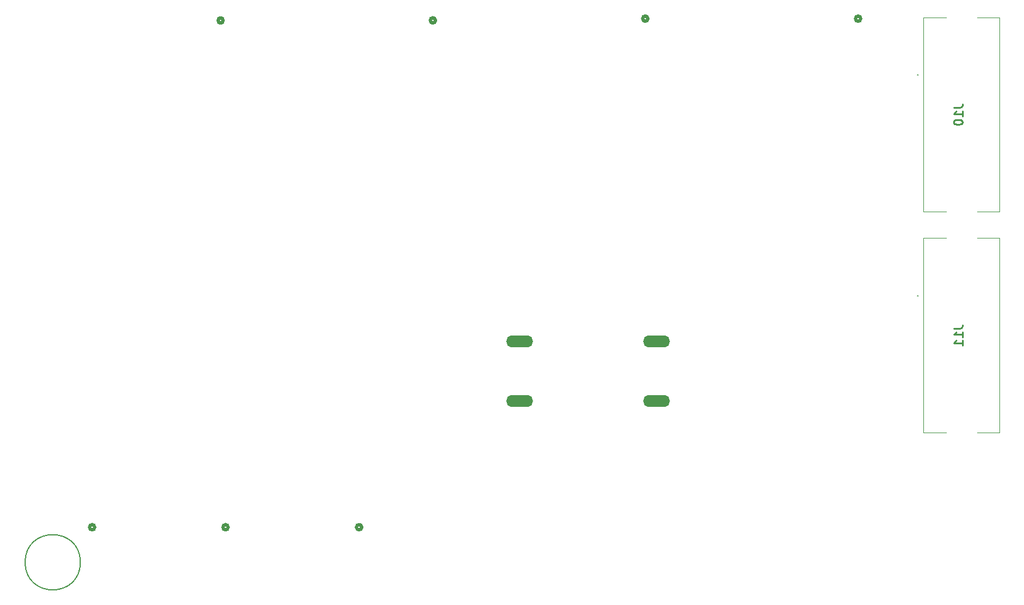
<source format=gbr>
%TF.GenerationSoftware,KiCad,Pcbnew,7.0.8*%
%TF.CreationDate,2023-12-07T17:58:44-07:00*%
%TF.ProjectId,GR-LRR-CONTROL-PCB,47522d4c-5252-42d4-934f-4e54524f4c2d,rev?*%
%TF.SameCoordinates,Original*%
%TF.FileFunction,Legend,Bot*%
%TF.FilePolarity,Positive*%
%FSLAX46Y46*%
G04 Gerber Fmt 4.6, Leading zero omitted, Abs format (unit mm)*
G04 Created by KiCad (PCBNEW 7.0.8) date 2023-12-07 17:58:44*
%MOMM*%
%LPD*%
G01*
G04 APERTURE LIST*
%ADD10C,0.200000*%
%ADD11C,0.254000*%
%ADD12C,0.508000*%
%ADD13C,0.100000*%
%ADD14O,3.900000X1.700000*%
G04 APERTURE END LIST*
D10*
X52306500Y-126310380D02*
G75*
G03*
X52306500Y-126310380I-4000000J0D01*
G01*
D11*
X178660818Y-92431285D02*
X179567961Y-92431285D01*
X179567961Y-92431285D02*
X179749389Y-92370808D01*
X179749389Y-92370808D02*
X179870342Y-92249856D01*
X179870342Y-92249856D02*
X179930818Y-92068427D01*
X179930818Y-92068427D02*
X179930818Y-91947475D01*
X179930818Y-93701285D02*
X179930818Y-92975570D01*
X179930818Y-93338427D02*
X178660818Y-93338427D01*
X178660818Y-93338427D02*
X178842246Y-93217475D01*
X178842246Y-93217475D02*
X178963199Y-93096523D01*
X178963199Y-93096523D02*
X179023675Y-92975570D01*
X179930818Y-94910809D02*
X179930818Y-94185094D01*
X179930818Y-94547951D02*
X178660818Y-94547951D01*
X178660818Y-94547951D02*
X178842246Y-94426999D01*
X178842246Y-94426999D02*
X178963199Y-94306047D01*
X178963199Y-94306047D02*
X179023675Y-94185094D01*
X178660818Y-60431285D02*
X179567961Y-60431285D01*
X179567961Y-60431285D02*
X179749389Y-60370808D01*
X179749389Y-60370808D02*
X179870342Y-60249856D01*
X179870342Y-60249856D02*
X179930818Y-60068427D01*
X179930818Y-60068427D02*
X179930818Y-59947475D01*
X179930818Y-61701285D02*
X179930818Y-60975570D01*
X179930818Y-61338427D02*
X178660818Y-61338427D01*
X178660818Y-61338427D02*
X178842246Y-61217475D01*
X178842246Y-61217475D02*
X178963199Y-61096523D01*
X178963199Y-61096523D02*
X179023675Y-60975570D01*
X178660818Y-62487475D02*
X178660818Y-62608428D01*
X178660818Y-62608428D02*
X178721294Y-62729380D01*
X178721294Y-62729380D02*
X178781770Y-62789856D01*
X178781770Y-62789856D02*
X178902722Y-62850332D01*
X178902722Y-62850332D02*
X179144627Y-62910809D01*
X179144627Y-62910809D02*
X179447008Y-62910809D01*
X179447008Y-62910809D02*
X179688913Y-62850332D01*
X179688913Y-62850332D02*
X179809865Y-62789856D01*
X179809865Y-62789856D02*
X179870342Y-62729380D01*
X179870342Y-62729380D02*
X179930818Y-62608428D01*
X179930818Y-62608428D02*
X179930818Y-62487475D01*
X179930818Y-62487475D02*
X179870342Y-62366523D01*
X179870342Y-62366523D02*
X179809865Y-62306047D01*
X179809865Y-62306047D02*
X179688913Y-62245570D01*
X179688913Y-62245570D02*
X179447008Y-62185094D01*
X179447008Y-62185094D02*
X179144627Y-62185094D01*
X179144627Y-62185094D02*
X178902722Y-62245570D01*
X178902722Y-62245570D02*
X178781770Y-62306047D01*
X178781770Y-62306047D02*
X178721294Y-62366523D01*
X178721294Y-62366523D02*
X178660818Y-62487475D01*
D12*
%TO.C,J1*%
X165219200Y-47570380D02*
G75*
G03*
X165219200Y-47570380I-381000J0D01*
G01*
%TO.C,J6*%
X73693800Y-121234292D02*
G75*
G03*
X73693800Y-121234292I-381000J0D01*
G01*
%TO.C,J5*%
X93017800Y-121234292D02*
G75*
G03*
X93017800Y-121234292I-381000J0D01*
G01*
%TO.C,J7*%
X54389800Y-121234292D02*
G75*
G03*
X54389800Y-121234292I-381000J0D01*
G01*
%TO.C,J3*%
X103691200Y-47820468D02*
G75*
G03*
X103691200Y-47820468I-381000J0D01*
G01*
%TO.C,J4*%
X72977200Y-47824380D02*
G75*
G03*
X72977200Y-47824380I-381000J0D01*
G01*
%TO.C,J2*%
X134425200Y-47566468D02*
G75*
G03*
X134425200Y-47566468I-381000J0D01*
G01*
D10*
%TO.C,J11*%
X173506500Y-87744380D02*
G75*
G03*
X173406500Y-87744380I-50000J0D01*
G01*
X173406500Y-87744380D02*
G75*
G03*
X173506500Y-87744380I50000J0D01*
G01*
X173406500Y-87744380D02*
G75*
G03*
X173506500Y-87744380I50000J0D01*
G01*
D13*
X174306500Y-107549380D02*
X174306500Y-107549380D01*
X174306500Y-107549380D02*
X174306500Y-107549380D01*
X174306500Y-107549380D02*
X177556500Y-107549380D01*
X174306500Y-107549380D02*
X174306500Y-79369380D01*
X177556500Y-107549380D02*
X174306500Y-107549380D01*
X177556500Y-107549380D02*
X177556500Y-107549380D01*
X182056500Y-107549380D02*
X182056500Y-107549380D01*
X182056500Y-107549380D02*
X185306500Y-107549380D01*
X185306500Y-107549380D02*
X182056500Y-107549380D01*
X185306500Y-107549380D02*
X185306500Y-107549380D01*
X185306500Y-107549380D02*
X185306500Y-107549380D01*
X185306500Y-107549380D02*
X185306500Y-79369380D01*
D10*
X173406500Y-87744380D02*
X173406500Y-87744380D01*
X173506500Y-87744380D02*
X173506500Y-87744380D01*
X173506500Y-87744380D02*
X173506500Y-87744380D01*
D13*
X174306500Y-79369380D02*
X174306500Y-107549380D01*
X174306500Y-79369380D02*
X174306500Y-79369380D01*
X174306500Y-79369380D02*
X174306500Y-79369380D01*
X174306500Y-79369380D02*
X177556500Y-79369380D01*
X177556500Y-79369380D02*
X174306500Y-79369380D01*
X177556500Y-79369380D02*
X177556500Y-79369380D01*
X182056500Y-79369380D02*
X182056500Y-79369380D01*
X182056500Y-79369380D02*
X185306500Y-79369380D01*
X185306500Y-79369380D02*
X185306500Y-107549380D01*
X185306500Y-79369380D02*
X182056500Y-79369380D01*
X185306500Y-79369380D02*
X185306500Y-79369380D01*
X185306500Y-79369380D02*
X185306500Y-79369380D01*
D10*
%TO.C,J10*%
X173506500Y-55744380D02*
G75*
G03*
X173406500Y-55744380I-50000J0D01*
G01*
X173406500Y-55744380D02*
G75*
G03*
X173506500Y-55744380I50000J0D01*
G01*
X173406500Y-55744380D02*
G75*
G03*
X173506500Y-55744380I50000J0D01*
G01*
D13*
X174306500Y-75549380D02*
X174306500Y-75549380D01*
X174306500Y-75549380D02*
X174306500Y-75549380D01*
X174306500Y-75549380D02*
X177556500Y-75549380D01*
X174306500Y-75549380D02*
X174306500Y-47369380D01*
X177556500Y-75549380D02*
X174306500Y-75549380D01*
X177556500Y-75549380D02*
X177556500Y-75549380D01*
X182056500Y-75549380D02*
X182056500Y-75549380D01*
X182056500Y-75549380D02*
X185306500Y-75549380D01*
X185306500Y-75549380D02*
X182056500Y-75549380D01*
X185306500Y-75549380D02*
X185306500Y-75549380D01*
X185306500Y-75549380D02*
X185306500Y-75549380D01*
X185306500Y-75549380D02*
X185306500Y-47369380D01*
D10*
X173406500Y-55744380D02*
X173406500Y-55744380D01*
X173506500Y-55744380D02*
X173506500Y-55744380D01*
X173506500Y-55744380D02*
X173506500Y-55744380D01*
D13*
X174306500Y-47369380D02*
X174306500Y-75549380D01*
X174306500Y-47369380D02*
X174306500Y-47369380D01*
X174306500Y-47369380D02*
X174306500Y-47369380D01*
X174306500Y-47369380D02*
X177556500Y-47369380D01*
X177556500Y-47369380D02*
X174306500Y-47369380D01*
X177556500Y-47369380D02*
X177556500Y-47369380D01*
X182056500Y-47369380D02*
X182056500Y-47369380D01*
X182056500Y-47369380D02*
X185306500Y-47369380D01*
X185306500Y-47369380D02*
X185306500Y-75549380D01*
X185306500Y-47369380D02*
X182056500Y-47369380D01*
X185306500Y-47369380D02*
X185306500Y-47369380D01*
X185306500Y-47369380D02*
X185306500Y-47369380D01*
%TD*%
D14*
%TO.C,SW1*%
X115876500Y-94274380D03*
X115876500Y-102974380D03*
X135676500Y-94274380D03*
X135676500Y-102974380D03*
%TD*%
M02*

</source>
